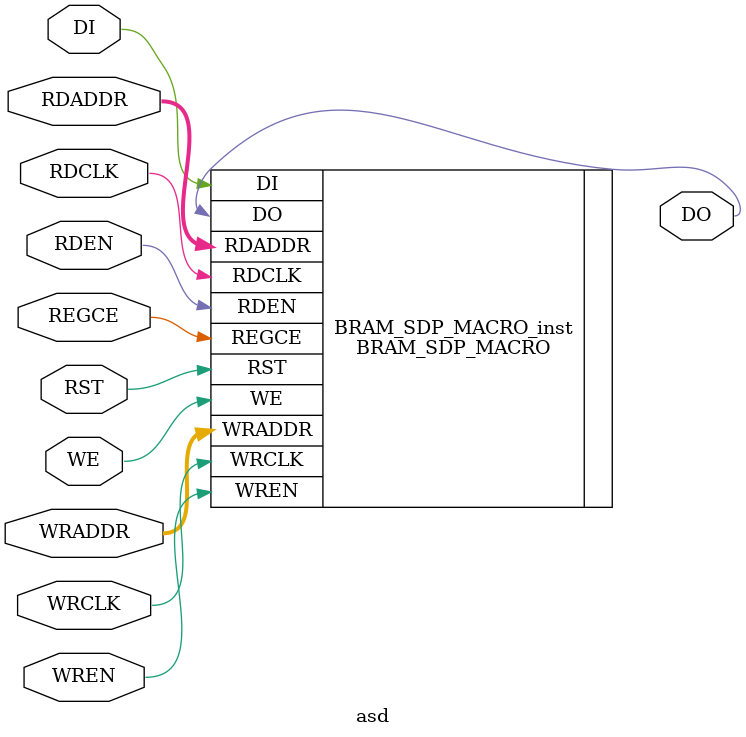
<source format=v>
`timescale 1ns / 1ps



module asd(
output wire DO,
input wire DI,
input wire [12:0] RDADDR,
input wire RDCLK,
input wire REGCE,
input wire RST,
input wire WE,
input wire RDEN,
input wire [12:0] WRADDR,
input wire WRCLK,
input wire WREN
);

   BRAM_SDP_MACRO #(
      .BRAM_SIZE("9Kb"), // Target BRAM, "9Kb" or "18Kb" 
      .DEVICE("SPARTAN6"), // Target device: "VIRTEX5", "VIRTEX6", "SPARTAN6" 
      .WRITE_WIDTH(1),    // Valid values are 1-36
      .READ_WIDTH(1),     // Valid values are 1-36
      .DO_REG(1),         // Optional output register (0 or 1)
      .INIT_FILE ("NONE"),
      .SIM_COLLISION_CHECK ("ALL"), // Collision check enable "ALL", "WARNING_ONLY", 
                                    //   "GENERATE_X_ONLY" or "NONE" 
      .SRVAL(72'h000000000000000000), // Set/Reset value for port output
      .INIT(72'h000000000000000000),  // Initial values on output port
      .INIT_00(256'h0000000000000000000000000000000000000000000000000000000000000003),
//      .INIT_00(256'hffffffffffffffffffffffffffffffffffffffffffffffffffffffffffffffff),
      .INIT_01(256'h0000000000000000000000000000000000000000000000000000000000000000),
      .INIT_02(256'h0000000000000000000000000000000000000000000000000000000000000000),
      .INIT_03(256'h0000000000000000000000000000000000000000000000000000000000000000),
      .INIT_04(256'h0000000000000000000000000000000000000000000000000000000000000000),
      .INIT_05(256'h0000000000000000000000000000000000000000000000000000000000000000),
      .INIT_06(256'h0000000000000000000000000000000000000000000000000000000000000000),
      .INIT_07(256'h0000000000000000000000000000000000000000000000000000000000000000),
      .INIT_08(256'h0000000000000000000000000000000000000000000000000000000000000000),
      .INIT_09(256'h0000000000000000000000000000000000000000000000000000000000000000),
      .INIT_0A(256'h0000000000000000000000000000000000000000000000000000000000000000),
      .INIT_0B(256'h0000000000000000000000000000000000000000000000000000000000000000),
      .INIT_0C(256'h0000000000000000000000000000000000000000000000000000000000000000),
      .INIT_0D(256'h0000000000000000000000000000000000000000000000000000000000000000),
      .INIT_0E(256'h0000000000000000000000000000000000000000000000000000000000000000),
      .INIT_0F(256'h0000000000000000000000000000000000000000000000000000000000000000),
      .INIT_10(256'h0000000000000000000000000000000000000000000000000000000000000000),
      .INIT_11(256'h0000000000000000000000000000000000000000000000000000000000000000),
      .INIT_12(256'h0000000000000000000000000000000000000000000000000000000000000000),
      .INIT_13(256'h0000000000000000000000000000000000000000000000000000000000000000),
      .INIT_14(256'h0000000000000000000000000000000000000000000000000000000000000000),
      .INIT_15(256'h0000000000000000000000000000000000000000000000000000000000000000),
      .INIT_16(256'h0000000000000000000000000000000000000000000000000000000000000000),
      .INIT_17(256'h0000000000000000000000000000000000000000000000000000000000000000),
      .INIT_18(256'h0000000000000000000000000000000000000000000000000000000000000000),
      .INIT_19(256'h0000000000000000000000000000000000000000000000000000000000000000),
      .INIT_1A(256'h0000000000000000000000000000000000000000000000000000000000000000),
      .INIT_1B(256'h0000000000000000000000000000000000000000000000000000000000000000),
      .INIT_1C(256'h0000000000000000000000000000000000000000000000000000000000000000),
      .INIT_1D(256'h0000000000000000000000000000000000000000000000000000000000000000),
      .INIT_1E(256'h0000000000000000000000000000000000000000000000000000000000000000),
      .INIT_1F(256'h0000000000000000000000000000000000000000000000000000000000000000),
            
      // The next set of INIT_xx are for "18Kb" configuration only
      .INIT_20(256'h0000000000000000000000000000000000000000000000000000000000000000),
      .INIT_21(256'h0000000000000000000000000000000000000000000000000000000000000000),
      .INIT_22(256'h0000000000000000000000000000000000000000000000000000000000000000),
      .INIT_23(256'h0000000000000000000000000000000000000000000000000000000000000000),
      .INIT_24(256'h0000000000000000000000000000000000000000000000000000000000000000),
      .INIT_25(256'h0000000000000000000000000000000000000000000000000000000000000000),
      .INIT_26(256'h0000000000000000000000000000000000000000000000000000000000000000),
      .INIT_27(256'h0000000000000000000000000000000000000000000000000000000000000000),
      .INIT_28(256'h0000000000000000000000000000000000000000000000000000000000000000),
      .INIT_29(256'h0000000000000000000000000000000000000000000000000000000000000000),
      .INIT_2A(256'h0000000000000000000000000000000000000000000000000000000000000000),
      .INIT_2B(256'h0000000000000000000000000000000000000000000000000000000000000000),
      .INIT_2C(256'h0000000000000000000000000000000000000000000000000000000000000000),
      .INIT_2D(256'h0000000000000000000000000000000000000000000000000000000000000000),
      .INIT_2E(256'h0000000000000000000000000000000000000000000000000000000000000000),
      .INIT_2F(256'h0000000000000000000000000000000000000000000000000000000000000000),
      .INIT_30(256'h0000000000000000000000000000000000000000000000000000000000000000),
      .INIT_31(256'h0000000000000000000000000000000000000000000000000000000000000000),
      .INIT_32(256'h0000000000000000000000000000000000000000000000000000000000000000),
      .INIT_33(256'h0000000000000000000000000000000000000000000000000000000000000000),
      .INIT_34(256'h0000000000000000000000000000000000000000000000000000000000000000),
      .INIT_35(256'h0000000000000000000000000000000000000000000000000000000000000000),
      .INIT_36(256'h0000000000000000000000000000000000000000000000000000000000000000),
      .INIT_37(256'h0000000000000000000000000000000000000000000000000000000000000000),
      .INIT_38(256'h0000000000000000000000000000000000000000000000000000000000000000),
      .INIT_39(256'h0000000000000000000000000000000000000000000000000000000000000000),
      .INIT_3A(256'h0000000000000000000000000000000000000000000000000000000000000000),
      .INIT_3B(256'h0000000000000000000000000000000000000000000000000000000000000000),
      .INIT_3C(256'h0000000000000000000000000000000000000000000000000000000000000000),
      .INIT_3D(256'h0000000000000000000000000000000000000000000000000000000000000000),
      .INIT_3E(256'h0000000000000000000000000000000000000000000000000000000000000000),
      .INIT_3F(256'h0000000000000000000000000000000000000000000000000000000000000000),
      
      // The next set of INITP_xx are for the parity bits
      .INITP_00(256'h0000000000000000000000000000000000000000000000000000000000000000),
      .INITP_01(256'h0000000000000000000000000000000000000000000000000000000000000000),
      .INITP_02(256'h0000000000000000000000000000000000000000000000000000000000000000),
      .INITP_03(256'h0000000000000000000000000000000000000000000000000000000000000000),
            
      // The next set of INITP_xx are for "18Kb" configuration only
      .INITP_04(256'h0000000000000000000000000000000000000000000000000000000000000000),
      .INITP_05(256'h0000000000000000000000000000000000000000000000000000000000000000),
      .INITP_06(256'h0000000000000000000000000000000000000000000000000000000000000000),
      .INITP_07(256'hffffffffffffffffffffffffffffffffffffffffffffffffffffffffffffffff)
   )

BRAM_SDP_MACRO_inst (
      .DO(DO),         // Output read data port, width defined by READ_WIDTH parameter
      .DI(DI),         // Input write data port, width defined by WRITE_WIDTH parameter
      .RDADDR(RDADDR), // Input read address, width defined by read port depth
      .RDCLK(RDCLK),   // 1-bit input read clock
      .RDEN(RDEN),     // 1-bit input read port enable
      .REGCE(REGCE),   // 1-bit input read output register enable
      .RST(RST),       // 1-bit input reset      
      .WE(WE),         // Input write enable, width defined by write port depth
      .WRADDR(WRADDR), // Input write address, width defined by write port depth
      .WRCLK(WRCLK),   // 1-bit input write clock
      .WREN(WREN)      // 1-bit input write port enable
   );

endmodule 

</source>
